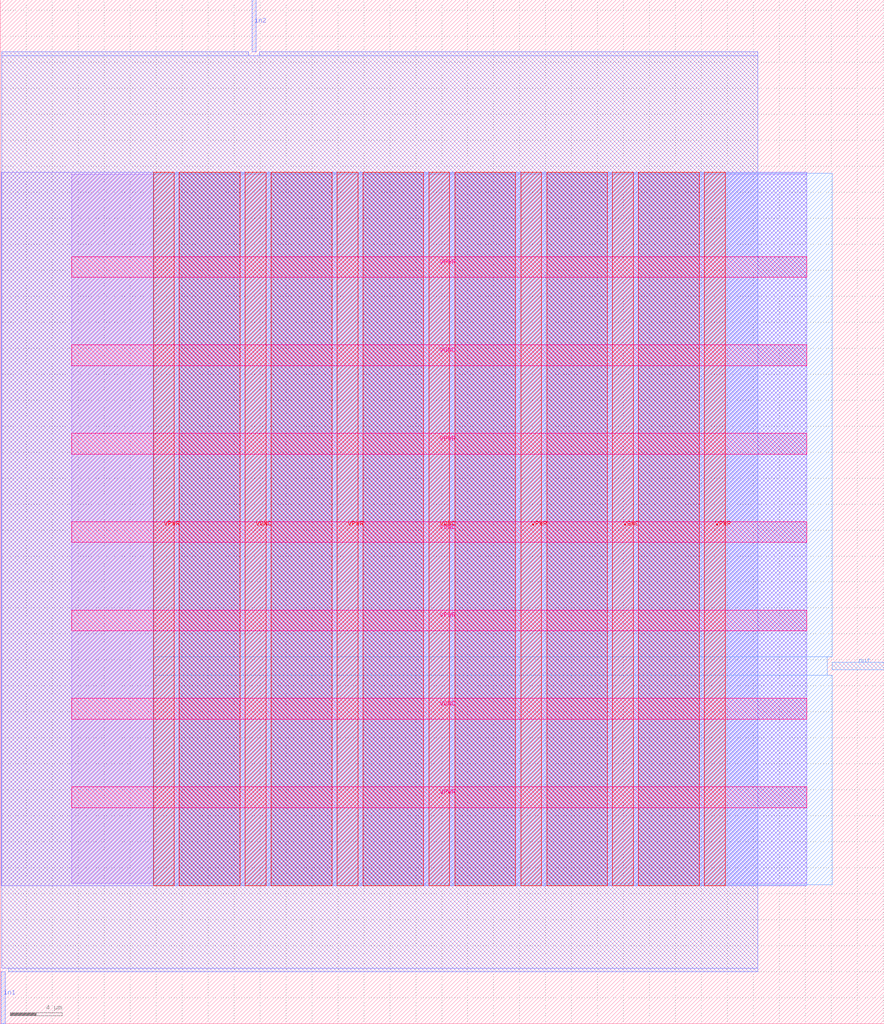
<source format=lef>
VERSION 5.7 ;
  NOWIREEXTENSIONATPIN ON ;
  DIVIDERCHAR "/" ;
  BUSBITCHARS "[]" ;
MACRO xor_gate
  CLASS BLOCK ;
  FOREIGN xor_gate ;
  ORIGIN 0.000 0.000 ;
  SIZE 68.075 BY 78.795 ;
  PIN VGND
    DIRECTION INPUT ;
    USE GROUND ;
    PORT
      LAYER met5 ;
        RECT 5.520 23.440 62.100 25.040 ;
    END
    PORT
      LAYER met5 ;
        RECT 5.520 37.040 62.100 38.640 ;
    END
    PORT
      LAYER met5 ;
        RECT 5.520 50.640 62.100 52.240 ;
    END
    PORT
      LAYER met4 ;
        RECT 18.865 10.640 20.465 65.520 ;
    END
    PORT
      LAYER met4 ;
        RECT 33.010 10.640 34.610 65.520 ;
    END
    PORT
      LAYER met4 ;
        RECT 47.155 10.640 48.755 65.520 ;
    END
  END VGND
  PIN VPWR
    DIRECTION INPUT ;
    USE POWER ;
    PORT
      LAYER met5 ;
        RECT 5.520 16.640 62.100 18.240 ;
    END
    PORT
      LAYER met5 ;
        RECT 5.520 30.240 62.100 31.840 ;
    END
    PORT
      LAYER met5 ;
        RECT 5.520 43.840 62.100 45.440 ;
    END
    PORT
      LAYER met5 ;
        RECT 5.520 57.440 62.100 59.040 ;
    END
    PORT
      LAYER met4 ;
        RECT 11.795 10.640 13.395 65.520 ;
    END
    PORT
      LAYER met4 ;
        RECT 25.940 10.640 27.540 65.520 ;
    END
    PORT
      LAYER met4 ;
        RECT 40.085 10.640 41.685 65.520 ;
    END
    PORT
      LAYER met4 ;
        RECT 54.230 10.640 55.830 65.520 ;
    END
  END VPWR
  PIN in1
    DIRECTION INPUT ;
    USE SIGNAL ;
    PORT
      LAYER met2 ;
        RECT 0.090 0.000 0.370 4.000 ;
    END
  END in1
  PIN in2
    DIRECTION INPUT ;
    USE SIGNAL ;
    PORT
      LAYER met2 ;
        RECT 19.410 74.795 19.690 78.795 ;
    END
  END in2
  PIN out
    DIRECTION OUTPUT TRISTATE ;
    USE SIGNAL ;
    PORT
      LAYER met3 ;
        RECT 64.075 27.240 68.075 27.840 ;
    END
  END out
  OBS
      LAYER li1 ;
        RECT 5.520 10.795 62.100 65.365 ;
      LAYER met1 ;
        RECT 0.070 10.640 62.100 65.520 ;
      LAYER met2 ;
        RECT 0.100 74.515 19.130 74.795 ;
        RECT 19.970 74.515 58.330 74.795 ;
        RECT 0.100 4.280 58.330 74.515 ;
        RECT 0.650 4.000 58.330 4.280 ;
      LAYER met3 ;
        RECT 11.790 28.240 64.075 65.445 ;
        RECT 11.790 26.840 63.675 28.240 ;
        RECT 11.790 10.715 64.075 26.840 ;
      LAYER met4 ;
        RECT 13.795 10.640 18.465 65.520 ;
        RECT 20.865 10.640 25.540 65.520 ;
        RECT 27.940 10.640 32.610 65.520 ;
        RECT 35.010 10.640 39.685 65.520 ;
        RECT 42.085 10.640 46.755 65.520 ;
        RECT 49.155 10.640 53.830 65.520 ;
  END
END xor_gate
END LIBRARY


</source>
